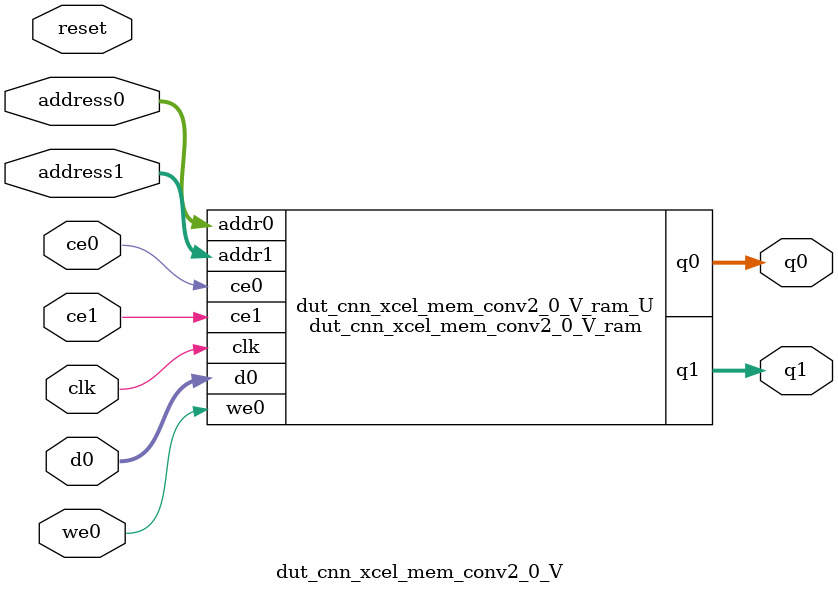
<source format=v>

`timescale 1 ns / 1 ps
module dut_cnn_xcel_mem_conv2_0_V_ram (addr0, ce0, d0, we0, q0, addr1, ce1, q1,  clk);

parameter DWIDTH = 14;
parameter AWIDTH = 8;
parameter MEM_SIZE = 160;

input[AWIDTH-1:0] addr0;
input ce0;
input[DWIDTH-1:0] d0;
input we0;
output reg[DWIDTH-1:0] q0;
input[AWIDTH-1:0] addr1;
input ce1;
output reg[DWIDTH-1:0] q1;
input clk;

(* ram_style = "block" *)reg [DWIDTH-1:0] ram[MEM_SIZE-1:0];




always @(posedge clk)  
begin 
    if (ce0) 
    begin
        if (we0) 
        begin 
            ram[addr0] <= d0; 
            q0 <= d0;
        end 
        else 
            q0 <= ram[addr0];
    end
end


always @(posedge clk)  
begin 
    if (ce1) 
    begin
            q1 <= ram[addr1];
    end
end


endmodule


`timescale 1 ns / 1 ps
module dut_cnn_xcel_mem_conv2_0_V(
    reset,
    clk,
    address0,
    ce0,
    we0,
    d0,
    q0,
    address1,
    ce1,
    q1);

parameter DataWidth = 32'd14;
parameter AddressRange = 32'd160;
parameter AddressWidth = 32'd8;
input reset;
input clk;
input[AddressWidth - 1:0] address0;
input ce0;
input we0;
input[DataWidth - 1:0] d0;
output[DataWidth - 1:0] q0;
input[AddressWidth - 1:0] address1;
input ce1;
output[DataWidth - 1:0] q1;



dut_cnn_xcel_mem_conv2_0_V_ram dut_cnn_xcel_mem_conv2_0_V_ram_U(
    .clk( clk ),
    .addr0( address0 ),
    .ce0( ce0 ),
    .d0( d0 ),
    .we0( we0 ),
    .q0( q0 ),
    .addr1( address1 ),
    .ce1( ce1 ),
    .q1( q1 ));

endmodule


</source>
